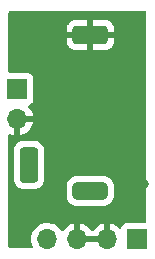
<source format=gbr>
%TF.GenerationSoftware,KiCad,Pcbnew,(6.0.2-0)*%
%TF.CreationDate,2022-02-24T16:39:23+09:00*%
%TF.ProjectId,PJ302Breakout,504a3330-3242-4726-9561-6b6f75742e6b,rev?*%
%TF.SameCoordinates,Original*%
%TF.FileFunction,Copper,L2,Bot*%
%TF.FilePolarity,Positive*%
%FSLAX46Y46*%
G04 Gerber Fmt 4.6, Leading zero omitted, Abs format (unit mm)*
G04 Created by KiCad (PCBNEW (6.0.2-0)) date 2022-02-24 16:39:23*
%MOMM*%
%LPD*%
G01*
G04 APERTURE LIST*
G04 Aperture macros list*
%AMRoundRect*
0 Rectangle with rounded corners*
0 $1 Rounding radius*
0 $2 $3 $4 $5 $6 $7 $8 $9 X,Y pos of 4 corners*
0 Add a 4 corners polygon primitive as box body*
4,1,4,$2,$3,$4,$5,$6,$7,$8,$9,$2,$3,0*
0 Add four circle primitives for the rounded corners*
1,1,$1+$1,$2,$3*
1,1,$1+$1,$4,$5*
1,1,$1+$1,$6,$7*
1,1,$1+$1,$8,$9*
0 Add four rect primitives between the rounded corners*
20,1,$1+$1,$2,$3,$4,$5,0*
20,1,$1+$1,$4,$5,$6,$7,0*
20,1,$1+$1,$6,$7,$8,$9,0*
20,1,$1+$1,$8,$9,$2,$3,0*%
G04 Aperture macros list end*
%TA.AperFunction,ComponentPad*%
%ADD10RoundRect,0.250500X-1.249500X0.499500X-1.249500X-0.499500X1.249500X-0.499500X1.249500X0.499500X0*%
%TD*%
%TA.AperFunction,ComponentPad*%
%ADD11RoundRect,0.250500X-0.499500X-1.249500X0.499500X-1.249500X0.499500X1.249500X-0.499500X1.249500X0*%
%TD*%
%TA.AperFunction,ComponentPad*%
%ADD12RoundRect,0.375000X-1.125000X0.375000X-1.125000X-0.375000X1.125000X-0.375000X1.125000X0.375000X0*%
%TD*%
%TA.AperFunction,ComponentPad*%
%ADD13R,1.700000X1.700000*%
%TD*%
%TA.AperFunction,ComponentPad*%
%ADD14O,1.700000X1.700000*%
%TD*%
%TA.AperFunction,ViaPad*%
%ADD15C,0.800000*%
%TD*%
G04 APERTURE END LIST*
D10*
%TO.P,J1,1*%
%TO.N,GND*%
X116669500Y-48756000D03*
D11*
%TO.P,J1,2*%
%TO.N,/sw*%
X111469500Y-59756000D03*
D12*
%TO.P,J1,3*%
%TO.N,Net-(J1-Pad3)*%
X116669500Y-61956000D03*
%TD*%
D13*
%TO.P,J3,1,Pin_1*%
%TO.N,unconnected-(J3-Pad1)*%
X110490000Y-53340000D03*
D14*
%TO.P,J3,2,Pin_2*%
%TO.N,GND*%
X110490000Y-55880000D03*
%TD*%
D13*
%TO.P,J2,1,Pin_1*%
%TO.N,Net-(J1-Pad3)*%
X120640000Y-66040000D03*
D14*
%TO.P,J2,2,Pin_2*%
%TO.N,GND*%
X118100000Y-66040000D03*
%TO.P,J2,3,Pin_3*%
X115560000Y-66040000D03*
%TO.P,J2,4,Pin_4*%
%TO.N,/sw*%
X113020000Y-66040000D03*
%TD*%
D15*
%TO.N,GND*%
X121200000Y-61400000D03*
X116400000Y-54800000D03*
X120800000Y-47400000D03*
X110400000Y-66200000D03*
X113800000Y-61000000D03*
X116400000Y-58600000D03*
X120800000Y-54800000D03*
X110400000Y-47400000D03*
%TD*%
%TA.AperFunction,Conductor*%
%TO.N,GND*%
G36*
X121354121Y-46756002D02*
G01*
X121400614Y-46809658D01*
X121412000Y-46862000D01*
X121412000Y-64555500D01*
X121391998Y-64623621D01*
X121338342Y-64670114D01*
X121286000Y-64681500D01*
X119741866Y-64681500D01*
X119679684Y-64688255D01*
X119543295Y-64739385D01*
X119426739Y-64826739D01*
X119339385Y-64943295D01*
X119336233Y-64951704D01*
X119336232Y-64951705D01*
X119294722Y-65062433D01*
X119252081Y-65119198D01*
X119185519Y-65143898D01*
X119116170Y-65128691D01*
X119083546Y-65103004D01*
X119032799Y-65047234D01*
X119025273Y-65040215D01*
X118858139Y-64908222D01*
X118849552Y-64902517D01*
X118663117Y-64799599D01*
X118653705Y-64795369D01*
X118452959Y-64724280D01*
X118442988Y-64721646D01*
X118371837Y-64708972D01*
X118358540Y-64710432D01*
X118354000Y-64724989D01*
X118354000Y-66168000D01*
X118333998Y-66236121D01*
X118280342Y-66282614D01*
X118228000Y-66294000D01*
X115432000Y-66294000D01*
X115363879Y-66273998D01*
X115317386Y-66220342D01*
X115306000Y-66168000D01*
X115306000Y-65767885D01*
X115814000Y-65767885D01*
X115818475Y-65783124D01*
X115819865Y-65784329D01*
X115827548Y-65786000D01*
X117827885Y-65786000D01*
X117843124Y-65781525D01*
X117844329Y-65780135D01*
X117846000Y-65772452D01*
X117846000Y-64723102D01*
X117842082Y-64709758D01*
X117827806Y-64707771D01*
X117789324Y-64713660D01*
X117779288Y-64716051D01*
X117576868Y-64782212D01*
X117567359Y-64786209D01*
X117378463Y-64884542D01*
X117369738Y-64890036D01*
X117199433Y-65017905D01*
X117191726Y-65024748D01*
X117044590Y-65178717D01*
X117038104Y-65186727D01*
X116933193Y-65340521D01*
X116878282Y-65385524D01*
X116807757Y-65393695D01*
X116744010Y-65362441D01*
X116723313Y-65337957D01*
X116642427Y-65212926D01*
X116636136Y-65204757D01*
X116492806Y-65047240D01*
X116485273Y-65040215D01*
X116318139Y-64908222D01*
X116309552Y-64902517D01*
X116123117Y-64799599D01*
X116113705Y-64795369D01*
X115912959Y-64724280D01*
X115902988Y-64721646D01*
X115831837Y-64708972D01*
X115818540Y-64710432D01*
X115814000Y-64724989D01*
X115814000Y-65767885D01*
X115306000Y-65767885D01*
X115306000Y-64723102D01*
X115302082Y-64709758D01*
X115287806Y-64707771D01*
X115249324Y-64713660D01*
X115239288Y-64716051D01*
X115036868Y-64782212D01*
X115027359Y-64786209D01*
X114838463Y-64884542D01*
X114829738Y-64890036D01*
X114659433Y-65017905D01*
X114651726Y-65024748D01*
X114504590Y-65178717D01*
X114498109Y-65186722D01*
X114393498Y-65340074D01*
X114338587Y-65385076D01*
X114268062Y-65393247D01*
X114204315Y-65361993D01*
X114183618Y-65337509D01*
X114102822Y-65212617D01*
X114102820Y-65212614D01*
X114100014Y-65208277D01*
X113949670Y-65043051D01*
X113945619Y-65039852D01*
X113945615Y-65039848D01*
X113778414Y-64907800D01*
X113778410Y-64907798D01*
X113774359Y-64904598D01*
X113738028Y-64884542D01*
X113722136Y-64875769D01*
X113578789Y-64796638D01*
X113573920Y-64794914D01*
X113573916Y-64794912D01*
X113373087Y-64723795D01*
X113373083Y-64723794D01*
X113368212Y-64722069D01*
X113363119Y-64721162D01*
X113363116Y-64721161D01*
X113153373Y-64683800D01*
X113153367Y-64683799D01*
X113148284Y-64682894D01*
X113074452Y-64681992D01*
X112930081Y-64680228D01*
X112930079Y-64680228D01*
X112924911Y-64680165D01*
X112704091Y-64713955D01*
X112491756Y-64783357D01*
X112293607Y-64886507D01*
X112289474Y-64889610D01*
X112289471Y-64889612D01*
X112265247Y-64907800D01*
X112114965Y-65020635D01*
X111960629Y-65182138D01*
X111957715Y-65186410D01*
X111957714Y-65186411D01*
X111945404Y-65204457D01*
X111834743Y-65366680D01*
X111740688Y-65569305D01*
X111680989Y-65784570D01*
X111657251Y-66006695D01*
X111670110Y-66229715D01*
X111671247Y-66234761D01*
X111671248Y-66234767D01*
X111682031Y-66282614D01*
X111719222Y-66447639D01*
X111757461Y-66541811D01*
X111792700Y-66628596D01*
X111799796Y-66699237D01*
X111767574Y-66762501D01*
X111706264Y-66798301D01*
X111675957Y-66802000D01*
X109854000Y-66802000D01*
X109785879Y-66781998D01*
X109739386Y-66728342D01*
X109728000Y-66676000D01*
X109728000Y-58456069D01*
X110211000Y-58456069D01*
X110211001Y-61055930D01*
X110221982Y-61161769D01*
X110277994Y-61329659D01*
X110371127Y-61480161D01*
X110496385Y-61605200D01*
X110647049Y-61698071D01*
X110815037Y-61753790D01*
X110821873Y-61754490D01*
X110821876Y-61754491D01*
X110874175Y-61759849D01*
X110919569Y-61764500D01*
X111465259Y-61764500D01*
X112019430Y-61764499D01*
X112022674Y-61764162D01*
X112022682Y-61764162D01*
X112069062Y-61759350D01*
X112125269Y-61753518D01*
X112293159Y-61697506D01*
X112443661Y-61604373D01*
X112528728Y-61519157D01*
X114661000Y-61519157D01*
X114661001Y-62392842D01*
X114667070Y-62469971D01*
X114715138Y-62649362D01*
X114799453Y-62814839D01*
X114803606Y-62819968D01*
X114803609Y-62819972D01*
X114911477Y-62953178D01*
X114916330Y-62959170D01*
X114921461Y-62963325D01*
X115055528Y-63071891D01*
X115055532Y-63071894D01*
X115060661Y-63076047D01*
X115226138Y-63160362D01*
X115232511Y-63162070D01*
X115232512Y-63162070D01*
X115399952Y-63206936D01*
X115399956Y-63206937D01*
X115405529Y-63208430D01*
X115411285Y-63208883D01*
X115480200Y-63214307D01*
X115480209Y-63214307D01*
X115482657Y-63214500D01*
X116669019Y-63214500D01*
X117856342Y-63214499D01*
X117903174Y-63210814D01*
X117927717Y-63208883D01*
X117927720Y-63208883D01*
X117933471Y-63208430D01*
X118112862Y-63160362D01*
X118278339Y-63076047D01*
X118283468Y-63071894D01*
X118283472Y-63071891D01*
X118417539Y-62963325D01*
X118422670Y-62959170D01*
X118427523Y-62953178D01*
X118535391Y-62819972D01*
X118535394Y-62819968D01*
X118539547Y-62814839D01*
X118623862Y-62649362D01*
X118671930Y-62469971D01*
X118672383Y-62464215D01*
X118677807Y-62395300D01*
X118677807Y-62395291D01*
X118678000Y-62392843D01*
X118677999Y-61519158D01*
X118671930Y-61442029D01*
X118623862Y-61262638D01*
X118539547Y-61097161D01*
X118535394Y-61092032D01*
X118535391Y-61092028D01*
X118426825Y-60957961D01*
X118422670Y-60952830D01*
X118416678Y-60947977D01*
X118283472Y-60840109D01*
X118283468Y-60840106D01*
X118278339Y-60835953D01*
X118112862Y-60751638D01*
X118106488Y-60749930D01*
X117939048Y-60705064D01*
X117939044Y-60705063D01*
X117933471Y-60703570D01*
X117927715Y-60703117D01*
X117858800Y-60697693D01*
X117858791Y-60697693D01*
X117856343Y-60697500D01*
X116669981Y-60697500D01*
X115482658Y-60697501D01*
X115435826Y-60701186D01*
X115411283Y-60703117D01*
X115411280Y-60703117D01*
X115405529Y-60703570D01*
X115226138Y-60751638D01*
X115060661Y-60835953D01*
X115055532Y-60840106D01*
X115055528Y-60840109D01*
X114922322Y-60947977D01*
X114916330Y-60952830D01*
X114912175Y-60957961D01*
X114803609Y-61092028D01*
X114803606Y-61092032D01*
X114799453Y-61097161D01*
X114715138Y-61262638D01*
X114713430Y-61269011D01*
X114713430Y-61269012D01*
X114697180Y-61329659D01*
X114667070Y-61442029D01*
X114666617Y-61447783D01*
X114666617Y-61447785D01*
X114661194Y-61516698D01*
X114661000Y-61519157D01*
X112528728Y-61519157D01*
X112568700Y-61479115D01*
X112615136Y-61403783D01*
X112657731Y-61334681D01*
X112657732Y-61334679D01*
X112661571Y-61328451D01*
X112717290Y-61160463D01*
X112728000Y-61055931D01*
X112727999Y-58456070D01*
X112717018Y-58350231D01*
X112661006Y-58182341D01*
X112567873Y-58031839D01*
X112442615Y-57906800D01*
X112291951Y-57813929D01*
X112123963Y-57758210D01*
X112117127Y-57757510D01*
X112117124Y-57757509D01*
X112064825Y-57752151D01*
X112019431Y-57747500D01*
X111473741Y-57747500D01*
X110919570Y-57747501D01*
X110916326Y-57747838D01*
X110916318Y-57747838D01*
X110869938Y-57752650D01*
X110813731Y-57758482D01*
X110645841Y-57814494D01*
X110495339Y-57907627D01*
X110370300Y-58032885D01*
X110366460Y-58039115D01*
X110282008Y-58176121D01*
X110277429Y-58183549D01*
X110221710Y-58351537D01*
X110211000Y-58456069D01*
X109728000Y-58456069D01*
X109728000Y-57225509D01*
X109748002Y-57157388D01*
X109801658Y-57110895D01*
X109871932Y-57100791D01*
X109900943Y-57109603D01*
X109901217Y-57108886D01*
X110105001Y-57186703D01*
X110114899Y-57189579D01*
X110218250Y-57210606D01*
X110232299Y-57209410D01*
X110236000Y-57199065D01*
X110236000Y-57198517D01*
X110744000Y-57198517D01*
X110748064Y-57212359D01*
X110761478Y-57214393D01*
X110768184Y-57213534D01*
X110778262Y-57211392D01*
X110982255Y-57150191D01*
X110991842Y-57146433D01*
X111183095Y-57052739D01*
X111191945Y-57047464D01*
X111365328Y-56923792D01*
X111373200Y-56917139D01*
X111524052Y-56766812D01*
X111530730Y-56758965D01*
X111655003Y-56586020D01*
X111660313Y-56577183D01*
X111754670Y-56386267D01*
X111758469Y-56376672D01*
X111820377Y-56172910D01*
X111822555Y-56162837D01*
X111823986Y-56151962D01*
X111821775Y-56137778D01*
X111808617Y-56134000D01*
X110762115Y-56134000D01*
X110746876Y-56138475D01*
X110745671Y-56139865D01*
X110744000Y-56147548D01*
X110744000Y-57198517D01*
X110236000Y-57198517D01*
X110236000Y-55752000D01*
X110256002Y-55683879D01*
X110309658Y-55637386D01*
X110362000Y-55626000D01*
X111808344Y-55626000D01*
X111821875Y-55622027D01*
X111823180Y-55612947D01*
X111781214Y-55445875D01*
X111777894Y-55436124D01*
X111692972Y-55240814D01*
X111688105Y-55231739D01*
X111572426Y-55052926D01*
X111566136Y-55044757D01*
X111422293Y-54886677D01*
X111391241Y-54822831D01*
X111399635Y-54752333D01*
X111444812Y-54697564D01*
X111471256Y-54683895D01*
X111578297Y-54643767D01*
X111586705Y-54640615D01*
X111703261Y-54553261D01*
X111790615Y-54436705D01*
X111841745Y-54300316D01*
X111848500Y-54238134D01*
X111848500Y-52441866D01*
X111841745Y-52379684D01*
X111790615Y-52243295D01*
X111703261Y-52126739D01*
X111586705Y-52039385D01*
X111450316Y-51988255D01*
X111388134Y-51981500D01*
X109854000Y-51981500D01*
X109785879Y-51961498D01*
X109739386Y-51907842D01*
X109728000Y-51855500D01*
X109728000Y-49302634D01*
X114661500Y-49302634D01*
X114661837Y-49309150D01*
X114671762Y-49404808D01*
X114674655Y-49418204D01*
X114726132Y-49572498D01*
X114732306Y-49585676D01*
X114817668Y-49723620D01*
X114826704Y-49735021D01*
X114941517Y-49849634D01*
X114952928Y-49858646D01*
X115091032Y-49943775D01*
X115104209Y-49949919D01*
X115258611Y-50001132D01*
X115271978Y-50003998D01*
X115366402Y-50013672D01*
X115372817Y-50014000D01*
X116397385Y-50014000D01*
X116412624Y-50009525D01*
X116413829Y-50008135D01*
X116415500Y-50000452D01*
X116415500Y-49995885D01*
X116923500Y-49995885D01*
X116927975Y-50011124D01*
X116929365Y-50012329D01*
X116937048Y-50014000D01*
X117966134Y-50014000D01*
X117972650Y-50013663D01*
X118068308Y-50003738D01*
X118081704Y-50000845D01*
X118235998Y-49949368D01*
X118249176Y-49943194D01*
X118387120Y-49857832D01*
X118398521Y-49848796D01*
X118513134Y-49733983D01*
X118522146Y-49722572D01*
X118607275Y-49584468D01*
X118613419Y-49571291D01*
X118664632Y-49416889D01*
X118667498Y-49403522D01*
X118677172Y-49309098D01*
X118677500Y-49302683D01*
X118677500Y-49028115D01*
X118673025Y-49012876D01*
X118671635Y-49011671D01*
X118663952Y-49010000D01*
X116941615Y-49010000D01*
X116926376Y-49014475D01*
X116925171Y-49015865D01*
X116923500Y-49023548D01*
X116923500Y-49995885D01*
X116415500Y-49995885D01*
X116415500Y-49028115D01*
X116411025Y-49012876D01*
X116409635Y-49011671D01*
X116401952Y-49010000D01*
X114679615Y-49010000D01*
X114664376Y-49014475D01*
X114663171Y-49015865D01*
X114661500Y-49023548D01*
X114661500Y-49302634D01*
X109728000Y-49302634D01*
X109728000Y-48483885D01*
X114661500Y-48483885D01*
X114665975Y-48499124D01*
X114667365Y-48500329D01*
X114675048Y-48502000D01*
X116397385Y-48502000D01*
X116412624Y-48497525D01*
X116413829Y-48496135D01*
X116415500Y-48488452D01*
X116415500Y-48483885D01*
X116923500Y-48483885D01*
X116927975Y-48499124D01*
X116929365Y-48500329D01*
X116937048Y-48502000D01*
X118659385Y-48502000D01*
X118674624Y-48497525D01*
X118675829Y-48496135D01*
X118677500Y-48488452D01*
X118677500Y-48209366D01*
X118677163Y-48202850D01*
X118667238Y-48107192D01*
X118664345Y-48093796D01*
X118612868Y-47939502D01*
X118606694Y-47926324D01*
X118521332Y-47788380D01*
X118512296Y-47776979D01*
X118397483Y-47662366D01*
X118386072Y-47653354D01*
X118247968Y-47568225D01*
X118234791Y-47562081D01*
X118080389Y-47510868D01*
X118067022Y-47508002D01*
X117972598Y-47498328D01*
X117966183Y-47498000D01*
X116941615Y-47498000D01*
X116926376Y-47502475D01*
X116925171Y-47503865D01*
X116923500Y-47511548D01*
X116923500Y-48483885D01*
X116415500Y-48483885D01*
X116415500Y-47516115D01*
X116411025Y-47500876D01*
X116409635Y-47499671D01*
X116401952Y-47498000D01*
X115372866Y-47498000D01*
X115366350Y-47498337D01*
X115270692Y-47508262D01*
X115257296Y-47511155D01*
X115103002Y-47562632D01*
X115089824Y-47568806D01*
X114951880Y-47654168D01*
X114940479Y-47663204D01*
X114825866Y-47778017D01*
X114816854Y-47789428D01*
X114731725Y-47927532D01*
X114725581Y-47940709D01*
X114674368Y-48095111D01*
X114671502Y-48108478D01*
X114661828Y-48202902D01*
X114661500Y-48209317D01*
X114661500Y-48483885D01*
X109728000Y-48483885D01*
X109728000Y-46862000D01*
X109748002Y-46793879D01*
X109801658Y-46747386D01*
X109854000Y-46736000D01*
X121286000Y-46736000D01*
X121354121Y-46756002D01*
G37*
%TD.AperFunction*%
%TD*%
M02*

</source>
